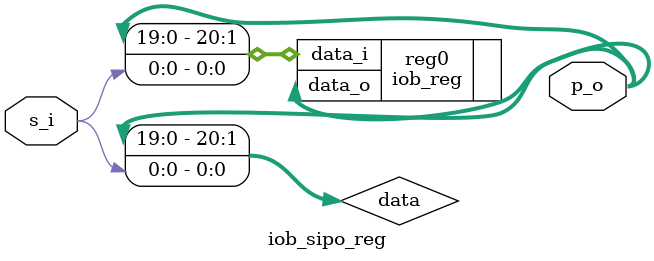
<source format=v>
`timescale 1ns / 1ps

module iob_sipo_reg #(
    parameter DATA_W = 21
) (
    `include "iob_sipo_reg_clk_en_rst_s_port.vs"
    //serial input
    input s_i,
    //parallel output
    output [DATA_W-1:0] p_o
);

  wire [DATA_W-1:0] data;
  assign data = {p_o[DATA_W-2:0], s_i};

  iob_reg #(
      .DATA_W (DATA_W),
      .RST_VAL(0)
  ) reg0 (
      `include "iob_sipo_reg_clk_en_rst_s_s_portmap.vs"
      .data_i(data),
      .data_o(p_o)
  );

endmodule

</source>
